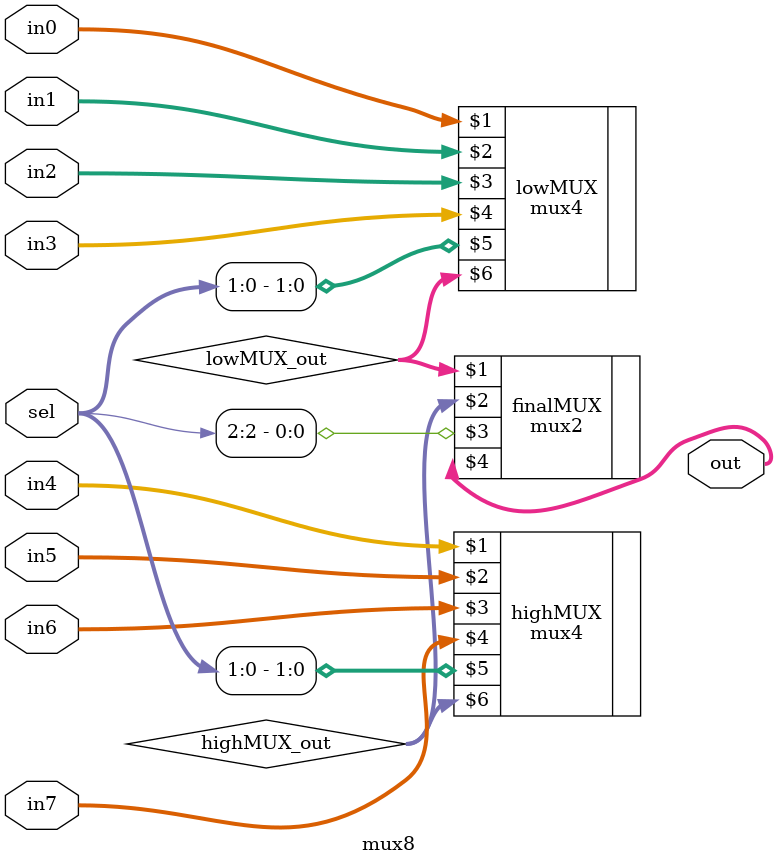
<source format=v>
/*	Author: Tobias Minn
	mux8 design using 2 mux4 and one mux2
*/

module mux8 #(parameter WIDTH = 32) (
	input	[WIDTH-1:0] 	in0, in1, in2, in3, in4, in5, in6, in7,
	input	[2:0]			sel,
	output	[WIDTH-1:0]		out);

	wire [WIDTH-1:0] lowMUX_out, highMUX_out;
	
	mux4 #(WIDTH) lowMUX(in0, in1, in2, in3, sel[1:0], lowMUX_out);
	mux4 #(WIDTH) highMUX(in4, in5, in6, in7, sel[1:0], highMUX_out);
	mux2 #(WIDTH) finalMUX(lowMUX_out, highMUX_out, sel[2], out);

endmodule
</source>
